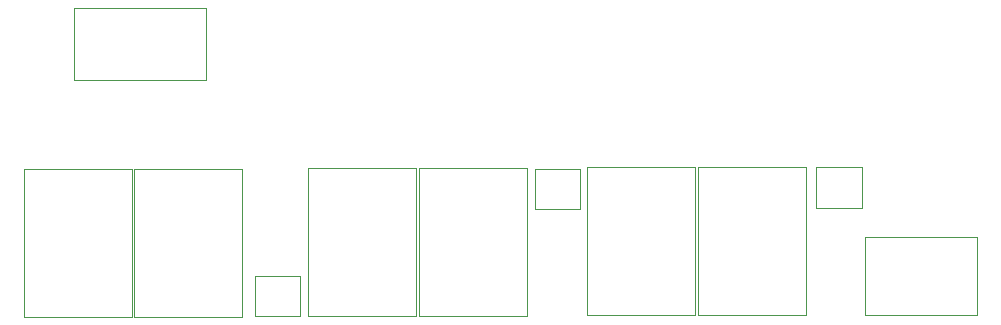
<source format=gbr>
%TF.GenerationSoftware,KiCad,Pcbnew,7.0.8*%
%TF.CreationDate,2024-02-12T21:11:38+01:00*%
%TF.ProjectId,HatV4,48617456-342e-46b6-9963-61645f706362,V2*%
%TF.SameCoordinates,Original*%
%TF.FileFunction,Other,User*%
%FSLAX46Y46*%
G04 Gerber Fmt 4.6, Leading zero omitted, Abs format (unit mm)*
G04 Created by KiCad (PCBNEW 7.0.8) date 2024-02-12 21:11:38*
%MOMM*%
%LPD*%
G01*
G04 APERTURE LIST*
%ADD10C,0.050000*%
G04 APERTURE END LIST*
D10*
%TO.C,U8*%
X176151678Y-102085178D02*
X179991678Y-102085178D01*
X176151678Y-105485178D02*
X176151678Y-102085178D01*
X179991678Y-102085178D02*
X179991678Y-105485178D01*
X179991678Y-105485178D02*
X176151678Y-105485178D01*
%TO.C,J8*%
X165877978Y-102041578D02*
X165877978Y-114541578D01*
X156707978Y-102041578D02*
X165877978Y-102041578D01*
X165877978Y-114541578D02*
X156707978Y-114541578D01*
X156707978Y-114541578D02*
X156707978Y-102041578D01*
%TO.C,J4*%
X151676400Y-102131800D02*
X151676400Y-114631800D01*
X142506400Y-102131800D02*
X151676400Y-102131800D01*
X151676400Y-114631800D02*
X142506400Y-114631800D01*
X142506400Y-114631800D02*
X142506400Y-102131800D01*
%TO.C,J3*%
X142267422Y-102146222D02*
X142267422Y-114646222D01*
X133097422Y-102146222D02*
X142267422Y-102146222D01*
X142267422Y-114646222D02*
X133097422Y-114646222D01*
X133097422Y-114646222D02*
X133097422Y-102146222D01*
%TO.C,J6*%
X124487400Y-88598600D02*
X113287400Y-88598600D01*
X113287400Y-88598600D02*
X113287400Y-94698600D01*
X124487400Y-94698600D02*
X124487400Y-88598600D01*
X113287400Y-94698600D02*
X124487400Y-94698600D01*
%TO.C,J7*%
X189742400Y-114580400D02*
X180302400Y-114580400D01*
X189742400Y-107980400D02*
X189742400Y-114580400D01*
X180302400Y-114580400D02*
X180302400Y-107980400D01*
X180302400Y-107980400D02*
X189742400Y-107980400D01*
%TO.C,U4*%
X152331900Y-102196200D02*
X156171900Y-102196200D01*
X152331900Y-105596200D02*
X152331900Y-102196200D01*
X156171900Y-102196200D02*
X156171900Y-105596200D01*
X156171900Y-105596200D02*
X152331900Y-105596200D01*
%TO.C,J9*%
X175294578Y-102081378D02*
X175294578Y-114581378D01*
X166124578Y-102081378D02*
X175294578Y-102081378D01*
X175294578Y-114581378D02*
X166124578Y-114581378D01*
X166124578Y-114581378D02*
X166124578Y-102081378D01*
%TO.C,U2*%
X128597322Y-111253022D02*
X132437322Y-111253022D01*
X128597322Y-114653022D02*
X128597322Y-111253022D01*
X132437322Y-111253022D02*
X132437322Y-114653022D01*
X132437322Y-114653022D02*
X128597322Y-114653022D01*
%TO.C,J2*%
X127552822Y-102222422D02*
X127552822Y-114722422D01*
X118382822Y-102222422D02*
X127552822Y-102222422D01*
X127552822Y-114722422D02*
X118382822Y-114722422D01*
X118382822Y-114722422D02*
X118382822Y-102222422D01*
%TO.C,J1*%
X118247022Y-102246822D02*
X118247022Y-114746822D01*
X109077022Y-102246822D02*
X118247022Y-102246822D01*
X118247022Y-114746822D02*
X109077022Y-114746822D01*
X109077022Y-114746822D02*
X109077022Y-102246822D01*
%TD*%
M02*

</source>
